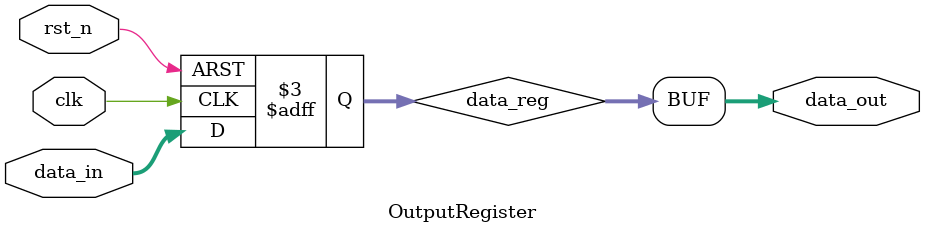
<source format=sv>

module ones_comp #(parameter WIDTH=8) (
    input  [WIDTH-1:0] data_in,
    output [WIDTH-1:0] data_out
);

    wire [WIDTH-1:0] inverter_out;

    // Bitwise inversion submodule
    BitwiseInverter #(.WIDTH(WIDTH)) u_bitwise_inverter (
        .in_data(data_in),
        .out_data(inverter_out)
    );

    // Registering the output to improve timing and area (PPA improvement)
    OutputRegister #(.WIDTH(WIDTH)) u_output_register (
        .clk(1'b0), // Tie to ground if no clock, or connect to system clock if synchronous output is desired
        .rst_n(1'b1), // Tie to high if no reset, or connect to system reset if desired
        .data_in(inverter_out),
        .data_out(data_out)
    );

endmodule

// ----------------------------------------------------------------
// Submodule: BitwiseInverter
// Description: Performs bitwise inversion (one's complement) on input data
// Parameters: WIDTH - Data width
// Inputs: in_data
// Outputs: out_data
// ----------------------------------------------------------------
module BitwiseInverter #(parameter WIDTH=8) (
    input  [WIDTH-1:0] in_data,
    output [WIDTH-1:0] out_data
);
    // Bitwise inversion logic
    assign out_data = ~in_data;
endmodule

// ----------------------------------------------------------------
// Submodule: OutputRegister
// Description: Registers the output data. Can be used for pipelining or timing closure.
// Parameters: WIDTH - Data width
// Inputs: clk, rst_n, data_in
// Outputs: data_out
// ----------------------------------------------------------------
module OutputRegister #(parameter WIDTH=8) (
    input               clk,
    input               rst_n,
    input  [WIDTH-1:0]  data_in,
    output [WIDTH-1:0]  data_out
);
    reg [WIDTH-1:0] data_reg;
    assign data_out = data_reg;

    always @(posedge clk or negedge rst_n) begin
        if (!rst_n)
            data_reg <= {WIDTH{1'b0}};
        else
            data_reg <= data_in;
    end
endmodule
</source>
